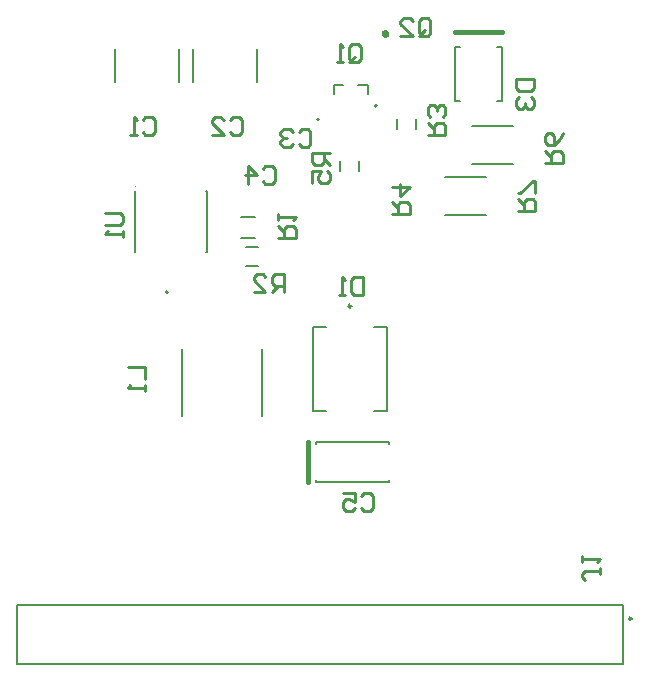
<source format=gbr>
G04*
G04 #@! TF.GenerationSoftware,Altium Limited,Altium Designer,23.10.1 (27)*
G04*
G04 Layer_Color=32896*
%FSLAX42Y42*%
%MOMM*%
G71*
G04*
G04 #@! TF.SameCoordinates,D45A84C9-24EE-431E-81B0-E16C7BED9CBD*
G04*
G04*
G04 #@! TF.FilePolarity,Positive*
G04*
G01*
G75*
%ADD10C,0.20*%
%ADD11C,0.25*%
%ADD13C,0.13*%
%ADD14C,0.40*%
%ADD17C,0.25*%
%ADD97C,0.38*%
%ADD98C,0.10*%
D10*
X1612Y-2060D02*
G03*
X1612Y-2060I-10J0D01*
G01*
X2893Y-597D02*
G03*
X2893Y-597I-10J0D01*
G01*
X3381Y-479D02*
G03*
X3381Y-479I-10J0D01*
G01*
X4442Y-443D02*
Y17D01*
X4042Y-443D02*
Y17D01*
X4394Y-443D02*
X4442D01*
X4394Y17D02*
X4442D01*
X4042Y-443D02*
X4089D01*
X4042Y17D02*
X4089D01*
X2841Y-3063D02*
Y-2352D01*
X3354Y-3063D02*
X3463D01*
X2841D02*
X2949D01*
X3463D02*
Y-2352D01*
X3354D02*
X3463D01*
X2841D02*
X2949D01*
X2412Y-3107D02*
Y-2537D01*
X1732Y-3107D02*
Y-2537D01*
X331Y-5203D02*
Y-4703D01*
X5461D01*
Y-5203D02*
Y-4703D01*
X331Y-5203D02*
X5461D01*
X1705Y-279D02*
Y1D01*
X1165Y-279D02*
Y1D01*
X2366Y-280D02*
Y0D01*
X1825Y-280D02*
Y0D01*
X3484Y-3345D02*
Y-3325D01*
X2864Y-3345D02*
Y-3325D01*
X3484Y-3665D02*
Y-3645D01*
X2864Y-3665D02*
Y-3645D01*
Y-3325D02*
X3484D01*
X2864Y-3665D02*
X3484D01*
X2233Y-1426D02*
X2353D01*
X2233Y-1596D02*
X2353D01*
X2274Y-1833D02*
X2374D01*
X2274Y-1673D02*
X2374D01*
X3715Y-680D02*
Y-590D01*
X3550Y-680D02*
Y-590D01*
X3067Y-1036D02*
Y-946D01*
X3232Y-1036D02*
Y-946D01*
X4186Y-653D02*
X4536D01*
X4186Y-973D02*
X4536D01*
X3957Y-1405D02*
X4307D01*
X3957Y-1085D02*
X4307D01*
X1330Y-1204D02*
X1335D01*
X1934D02*
X1940D01*
X1330Y-1714D02*
X1335D01*
X1934D02*
X1940D01*
X1330D02*
Y-1204D01*
X1940Y-1714D02*
Y-1204D01*
D11*
X3164Y-2177D02*
G03*
X3164Y-2177I-12J0D01*
G01*
X5538Y-4823D02*
G03*
X5538Y-4823I-12J0D01*
G01*
D13*
X3305Y-379D02*
Y-302D01*
X3015Y-379D02*
Y-302D01*
X3097D01*
X3222D02*
X3305D01*
D14*
X4045Y147D02*
X4439D01*
X2796Y-3665D02*
Y-3325D01*
D17*
X1080Y-1384D02*
X1206D01*
X1232Y-1410D01*
Y-1461D01*
X1206Y-1486D01*
X1080D01*
X1232Y-1537D02*
Y-1587D01*
Y-1562D01*
X1080D01*
X1105Y-1537D01*
X4572Y-1372D02*
X4724D01*
Y-1295D01*
X4699Y-1270D01*
X4648D01*
X4623Y-1295D01*
Y-1372D01*
Y-1321D02*
X4572Y-1270D01*
X4724Y-1219D02*
Y-1118D01*
X4699D01*
X4597Y-1219D01*
X4572D01*
X4806Y-966D02*
X4959D01*
Y-890D01*
X4933Y-865D01*
X4883D01*
X4857Y-890D01*
Y-966D01*
Y-916D02*
X4806Y-865D01*
X4959Y-713D02*
X4933Y-763D01*
X4883Y-814D01*
X4832D01*
X4806Y-789D01*
Y-738D01*
X4832Y-713D01*
X4857D01*
X4883Y-738D01*
Y-814D01*
X2984Y-876D02*
X2832D01*
Y-953D01*
X2858Y-978D01*
X2908D01*
X2934Y-953D01*
Y-876D01*
Y-927D02*
X2984Y-978D01*
X2832Y-1130D02*
Y-1029D01*
X2908D01*
X2883Y-1079D01*
Y-1105D01*
X2908Y-1130D01*
X2959D01*
X2984Y-1105D01*
Y-1054D01*
X2959Y-1029D01*
X3505Y-1397D02*
X3658D01*
Y-1321D01*
X3632Y-1295D01*
X3581D01*
X3556Y-1321D01*
Y-1397D01*
Y-1346D02*
X3505Y-1295D01*
Y-1168D02*
X3658D01*
X3581Y-1245D01*
Y-1143D01*
X3810Y-724D02*
X3962D01*
Y-648D01*
X3937Y-622D01*
X3886D01*
X3861Y-648D01*
Y-724D01*
Y-673D02*
X3810Y-622D01*
X3937Y-571D02*
X3962Y-546D01*
Y-495D01*
X3937Y-470D01*
X3912D01*
X3886Y-495D01*
Y-521D01*
Y-495D01*
X3861Y-470D01*
X3835D01*
X3810Y-495D01*
Y-546D01*
X3835Y-571D01*
X2591Y-2057D02*
Y-1905D01*
X2515D01*
X2489Y-1930D01*
Y-1981D01*
X2515Y-2007D01*
X2591D01*
X2540D02*
X2489Y-2057D01*
X2337D02*
X2438D01*
X2337Y-1956D01*
Y-1930D01*
X2362Y-1905D01*
X2413D01*
X2438Y-1930D01*
X2541Y-1600D02*
X2694D01*
Y-1524D01*
X2668Y-1499D01*
X2618D01*
X2592Y-1524D01*
Y-1600D01*
Y-1549D02*
X2541Y-1499D01*
Y-1448D02*
Y-1397D01*
Y-1422D01*
X2694D01*
X2668Y-1448D01*
X3734Y140D02*
Y241D01*
X3759Y267D01*
X3810D01*
X3835Y241D01*
Y140D01*
X3810Y114D01*
X3759D01*
X3785Y165D02*
X3734Y114D01*
X3759D02*
X3734Y140D01*
X3581Y114D02*
X3683D01*
X3581Y216D01*
Y241D01*
X3607Y267D01*
X3658D01*
X3683Y241D01*
X3147Y-88D02*
Y14D01*
X3172Y39D01*
X3223D01*
X3249Y14D01*
Y-88D01*
X3223Y-113D01*
X3172D01*
X3198Y-63D02*
X3147Y-113D01*
X3172D02*
X3147Y-88D01*
X3096Y-113D02*
X3045D01*
X3071D01*
Y39D01*
X3096Y14D01*
X1270Y-2692D02*
X1422D01*
Y-2794D01*
Y-2845D02*
Y-2896D01*
Y-2870D01*
X1270D01*
X1295Y-2845D01*
X5270Y-4394D02*
Y-4445D01*
Y-4420D01*
X5144D01*
X5118Y-4445D01*
Y-4470D01*
X5144Y-4496D01*
X5118Y-4343D02*
Y-4293D01*
Y-4318D01*
X5270D01*
X5245Y-4343D01*
X4559Y-252D02*
X4712D01*
Y-328D01*
X4686Y-353D01*
X4585D01*
X4559Y-328D01*
Y-252D01*
X4585Y-404D02*
X4559Y-429D01*
Y-480D01*
X4585Y-506D01*
X4610D01*
X4635Y-480D01*
Y-455D01*
Y-480D01*
X4661Y-506D01*
X4686D01*
X4712Y-480D01*
Y-429D01*
X4686Y-404D01*
X3264Y-1930D02*
Y-2083D01*
X3188D01*
X3162Y-2057D01*
Y-1956D01*
X3188Y-1930D01*
X3264D01*
X3112Y-2083D02*
X3061D01*
X3086D01*
Y-1930D01*
X3112Y-1956D01*
X3250Y-3787D02*
X3275Y-3762D01*
X3326D01*
X3351Y-3787D01*
Y-3889D01*
X3326Y-3914D01*
X3275D01*
X3250Y-3889D01*
X3097Y-3762D02*
X3199D01*
Y-3838D01*
X3148Y-3812D01*
X3123D01*
X3097Y-3838D01*
Y-3889D01*
X3123Y-3914D01*
X3174D01*
X3199Y-3889D01*
X2413Y-1016D02*
X2438Y-991D01*
X2489D01*
X2515Y-1016D01*
Y-1118D01*
X2489Y-1143D01*
X2438D01*
X2413Y-1118D01*
X2286Y-1143D02*
Y-991D01*
X2362Y-1067D01*
X2261D01*
X2718Y-699D02*
X2743Y-673D01*
X2794D01*
X2819Y-699D01*
Y-800D01*
X2794Y-825D01*
X2743D01*
X2718Y-800D01*
X2667Y-699D02*
X2642Y-673D01*
X2591D01*
X2565Y-699D01*
Y-724D01*
X2591Y-749D01*
X2616D01*
X2591D01*
X2565Y-775D01*
Y-800D01*
X2591Y-825D01*
X2642D01*
X2667Y-800D01*
X2134Y-597D02*
X2159Y-572D01*
X2210D01*
X2235Y-597D01*
Y-698D01*
X2210Y-724D01*
X2159D01*
X2134Y-698D01*
X1981Y-724D02*
X2083D01*
X1981Y-622D01*
Y-597D01*
X2007Y-572D01*
X2057D01*
X2083Y-597D01*
X1397Y-597D02*
X1422Y-572D01*
X1473D01*
X1499Y-597D01*
Y-698D01*
X1473Y-724D01*
X1422D01*
X1397Y-698D01*
X1346Y-724D02*
X1295D01*
X1321D01*
Y-572D01*
X1346Y-597D01*
D97*
X3472Y127D02*
G03*
X3472Y127I-18J0D01*
G01*
D98*
X1335Y-1164D02*
G03*
X1335Y-1164I-5J0D01*
G01*
M02*

</source>
